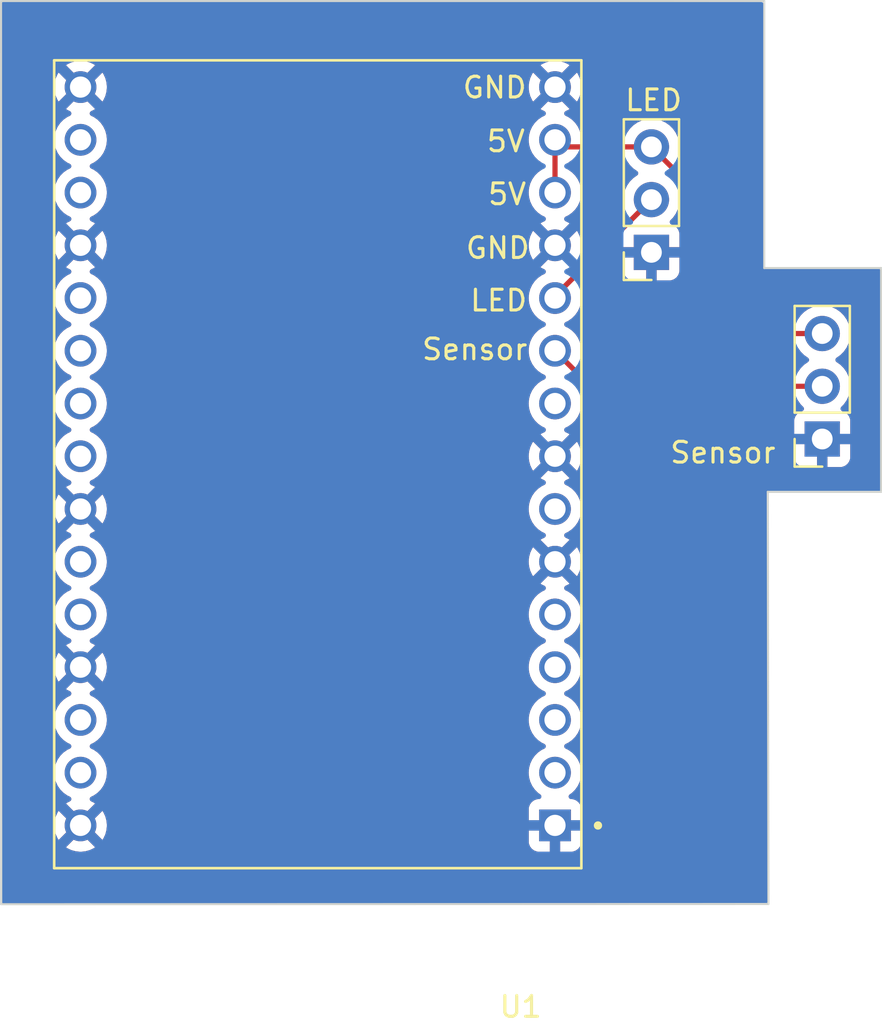
<source format=kicad_pcb>
(kicad_pcb (version 20221018) (generator pcbnew)
  (layers (0 "F.Cu" signal) (31 "B.Cu" signal) (34 "B.Paste" user) (35 "F.Paste" user) (36 "B.SilkS" user "B.Silkscreen") (37 "F.SilkS" user "F.Silkscreen") (38 "B.Mask" user) (39 "F.Mask" user) (44 "Edge.Cuts" user))
  (net 0 "")
  (net 1 "GND")
  (net 2 "5V")
  (net 3 "LED")
  (net 4 "Sensor")
  (net 5 "Net-(U1-3V3-Pad2)")
  (footprint "Connector_PinSocket_2.54mm:PinSocket_1x03_P2.54mm_Vertical" (layer "F.Cu") (at 106.645 104.995 180)
    (fp_text reference "Sensor" (at 4.785 -0.655) (layer "F.SilkS"))
    (fp_text value "Conn_01x03_Socket" hide)
    (fp_line (start -1.33 1.27) (end -1.33 6.41) (stroke (width 0.12)) (layer "F.SilkS"))
    (fp_line (start -1.33 1.27) (end 1.33 1.27) (stroke (width 0.12)) (layer "F.SilkS"))
    (fp_line (start -1.33 6.41) (end 1.33 6.41) (stroke (width 0.12)) (layer "F.SilkS"))
    (fp_line (start 0 -1.33) (end 1.33 -1.33) (stroke (width 0.12)) (layer "F.SilkS"))
    (fp_line (start 1.33 -1.33) (end 1.33 0) (stroke (width 0.12)) (layer "F.SilkS"))
    (fp_line (start 1.33 1.27) (end 1.33 6.41) (stroke (width 0.12)) (layer "F.SilkS"))
    (pad "1" thru_hole rect (at 0 0 180) (size 1.7 1.7) (drill 1) (layers "*.Cu" "*.Mask") (net 1 "GND"))
    (pad "2" thru_hole oval (at 0 2.54 180) (size 1.7 1.7) (drill 1) (layers "*.Cu" "*.Mask") (net 4 "Sensor"))
    (pad "3" thru_hole oval (at 0 5.08 180) (size 1.7 1.7) (drill 1) (layers "*.Cu" "*.Mask") (net 2 "5V"))
  )
  (footprint "Connector_PinSocket_2.54mm:PinSocket_1x03_P2.54mm_Vertical" (layer "F.Cu") (at 98.415 96.005 180)
    (fp_text reference "LED" (at -0.105 7.325) (layer "F.SilkS"))
    (fp_text value "Conn_01x03_Socket" hide)
    (fp_line (start -1.33 1.27) (end -1.33 6.41) (stroke (width 0.12)) (layer "F.SilkS"))
    (fp_line (start -1.33 1.27) (end 1.33 1.27) (stroke (width 0.12)) (layer "F.SilkS"))
    (fp_line (start -1.33 6.41) (end 1.33 6.41) (stroke (width 0.12)) (layer "F.SilkS"))
    (fp_line (start 0 -1.33) (end 1.33 -1.33) (stroke (width 0.12)) (layer "F.SilkS"))
    (fp_line (start 1.33 -1.33) (end 1.33 0) (stroke (width 0.12)) (layer "F.SilkS"))
    (fp_line (start 1.33 1.27) (end 1.33 6.41) (stroke (width 0.12)) (layer "F.SilkS"))
    (pad "1" thru_hole rect (at 0 0 180) (size 1.7 1.7) (drill 1) (layers "*.Cu" "*.Mask") (net 1 "GND"))
    (pad "2" thru_hole oval (at 0 2.54 180) (size 1.7 1.7) (drill 1) (layers "*.Cu" "*.Mask") (net 3 "LED"))
    (pad "3" thru_hole oval (at 0 5.08 180) (size 1.7 1.7) (drill 1) (layers "*.Cu" "*.Mask") (net 2 "5V"))
  )
  (footprint "ESP32-C3-DEVKITM-1:XCVR_ESP32-C3-DEVKITM-1" (layer "F.Cu") (at 82.34 106.21 180)
    (fp_text reference "U1" (at -9.775 -26.135) (layer "F.SilkS"))
    (fp_text value "ESP32-C3-DEVKITM-1")
    (fp_line (start -12.7 -19.455) (end 12.7 -19.455) (stroke (width 0.127)) (layer "F.SilkS"))
    (fp_line (start -12.7 19.455) (end -12.7 -19.455) (stroke (width 0.127)) (layer "F.SilkS"))
    (fp_line (start 12.7 -19.455) (end 12.7 19.455) (stroke (width 0.127)) (layer "F.SilkS"))
    (fp_line (start 12.7 19.455) (end -12.7 19.455) (stroke (width 0.127)) (layer "F.SilkS"))
    (fp_circle (center -13.5 -17.4) (end -13.4 -17.4) (stroke (width 0.2)) (fill none) (layer "F.SilkS"))
    (pad "1" thru_hole rect (at -11.43 -17.395 180) (size 1.53 1.53) (drill 1.02) (layers "*.Cu" "*.Mask") (net 1 "GND"))
    (pad "2" thru_hole circle (at -11.43 -14.855 180) (size 1.53 1.53) (drill 1.02) (layers "*.Cu" "*.Mask") (net 5 "Net-(U1-3V3-Pad2)"))
    (pad "3" thru_hole circle (at -11.43 -12.315 180) (size 1.53 1.53) (drill 1.02) (layers "*.Cu" "*.Mask") (net 5 "Net-(U1-3V3-Pad2)"))
    (pad "4" thru_hole circle (at -11.43 -9.775 180) (size 1.53 1.53) (drill 1.02) (layers "*.Cu" "*.Mask"))
    (pad "5" thru_hole circle (at -11.43 -7.235 180) (size 1.53 1.53) (drill 1.02) (layers "*.Cu" "*.Mask"))
    (pad "6" thru_hole circle (at -11.43 -4.695 180) (size 1.53 1.53) (drill 1.02) (layers "*.Cu" "*.Mask") (net 1 "GND"))
    (pad "7" thru_hole circle (at -11.43 -2.155 180) (size 1.53 1.53) (drill 1.02) (layers "*.Cu" "*.Mask"))
    (pad "8" thru_hole circle (at -11.43 0.385 180) (size 1.53 1.53) (drill 1.02) (layers "*.Cu" "*.Mask") (net 1 "GND"))
    (pad "9" thru_hole circle (at -11.43 2.925 180) (size 1.53 1.53) (drill 1.02) (layers "*.Cu" "*.Mask"))
    (pad "10" thru_hole circle (at -11.43 5.465 180) (size 1.53 1.53) (drill 1.02) (layers "*.Cu" "*.Mask") (net 4 "Sensor"))
    (pad "11" thru_hole circle (at -11.43 8.005 180) (size 1.53 1.53) (drill 1.02) (layers "*.Cu" "*.Mask") (net 3 "LED"))
    (pad "12" thru_hole circle (at -11.43 10.545 180) (size 1.53 1.53) (drill 1.02) (layers "*.Cu" "*.Mask") (net 1 "GND"))
    (pad "13" thru_hole circle (at -11.43 13.085 180) (size 1.53 1.53) (drill 1.02) (layers "*.Cu" "*.Mask") (net 2 "5V"))
    (pad "14" thru_hole circle (at -11.43 15.625 180) (size 1.53 1.53) (drill 1.02) (layers "*.Cu" "*.Mask") (net 2 "5V"))
    (pad "15" thru_hole circle (at -11.43 18.165 180) (size 1.53 1.53) (drill 1.02) (layers "*.Cu" "*.Mask") (net 1 "GND"))
    (pad "16" thru_hole circle (at 11.43 18.165 180) (size 1.53 1.53) (drill 1.02) (layers "*.Cu" "*.Mask") (net 1 "GND"))
    (pad "17" thru_hole circle (at 11.43 15.625 180) (size 1.53 1.53) (drill 1.02) (layers "*.Cu" "*.Mask"))
    (pad "18" thru_hole circle (at 11.43 13.085 180) (size 1.53 1.53) (drill 1.02) (layers "*.Cu" "*.Mask"))
    (pad "19" thru_hole circle (at 11.43 10.545 180) (size 1.53 1.53) (drill 1.02) (layers "*.Cu" "*.Mask") (net 1 "GND"))
    (pad "20" thru_hole circle (at 11.43 8.005 180) (size 1.53 1.53) (drill 1.02) (layers "*.Cu" "*.Mask"))
    (pad "21" thru_hole circle (at 11.43 5.465 180) (size 1.53 1.53) (drill 1.02) (layers "*.Cu" "*.Mask"))
    (pad "22" thru_hole circle (at 11.43 2.925 180) (size 1.53 1.53) (drill 1.02) (layers "*.Cu" "*.Mask"))
    (pad "23" thru_hole circle (at 11.43 0.385 180) (size 1.53 1.53) (drill 1.02) (layers "*.Cu" "*.Mask"))
    (pad "24" thru_hole circle (at 11.43 -2.155 180) (size 1.53 1.53) (drill 1.02) (layers "*.Cu" "*.Mask") (net 1 "GND"))
    (pad "25" thru_hole circle (at 11.43 -4.695 180) (size 1.53 1.53) (drill 1.02) (layers "*.Cu" "*.Mask"))
    (pad "26" thru_hole circle (at 11.43 -7.235 180) (size 1.53 1.53) (drill 1.02) (layers "*.Cu" "*.Mask"))
    (pad "27" thru_hole circle (at 11.43 -9.775 180) (size 1.53 1.53) (drill 1.02) (layers "*.Cu" "*.Mask") (net 1 "GND"))
    (pad "28" thru_hole circle (at 11.43 -12.315 180) (size 1.53 1.53) (drill 1.02) (layers "*.Cu" "*.Mask"))
    (pad "29" thru_hole circle (at 11.43 -14.855 180) (size 1.53 1.53) (drill 1.02) (layers "*.Cu" "*.Mask"))
    (pad "30" thru_hole circle (at 11.43 -17.395 180) (size 1.53 1.53) (drill 1.02) (layers "*.Cu" "*.Mask") (net 1 "GND"))
  )
  (gr_line (start 104.05 127.39) (end 104.02 107.54) (stroke (width 0.1)) (layer "Edge.Cuts"))
  (gr_line (start 67.09 127.4) (end 104.05 127.39) (stroke (width 0.1)) (layer "Edge.Cuts"))
  (gr_line (start 109.48 96.76) (end 109.48 107.54) (stroke (width 0.1)) (layer "Edge.Cuts"))
  (gr_line (start 103.85 96.76) (end 109.48 96.76) (stroke (width 0.1)) (layer "Edge.Cuts"))
  (gr_line (start 109.48 107.54) (end 104.02 107.54) (stroke (width 0.1)) (layer "Edge.Cuts"))
  (gr_line (start 67.08 83.9) (end 103.85 83.9) (stroke (width 0.1)) (layer "Edge.Cuts"))
  (gr_line (start 103.85 83.9) (end 103.85 96.76) (stroke (width 0.1)) (layer "Edge.Cuts"))
  (gr_line (start 67.09 127.4) (end 67.08 83.9) (stroke (width 0.1)) (layer "Edge.Cuts"))
  (gr_text "Sensor" (at 87.28 101.26) (layer "F.SilkS") (effects (font (size 1 1)) (justify left bottom)))
  (gr_text "5V" (at 90.4 91.24) (layer "F.SilkS") (effects (font (size 1 1)) (justify left bottom)))
  (gr_text "5V" (at 90.46 93.79) (layer "F.SilkS") (effects (font (size 1 1)) (justify left bottom)))
  (gr_text "GND" (at 89.39 96.38) (layer "F.SilkS") (effects (font (size 1 1)) (justify left bottom)))
  (gr_text "GND" (at 89.24 88.65) (layer "F.SilkS") (effects (font (size 1 1)) (justify left bottom)))
  (gr_text "LED\n" (at 89.6 98.91) (layer "F.SilkS") (effects (font (size 1 1)) (justify left bottom)))
  (segment (start 93.77 90.585) (end 93.77 93.125) (width 0.25) (layer "F.Cu") (net 2))
  (segment (start 98.415 90.925) (end 94.11 90.925) (width 0.25) (layer "F.Cu") (net 2))
  (segment (start 102.37 94.88) (end 98.415 90.925) (width 0.25) (layer "F.Cu") (net 2))
  (segment (start 106.645 99.915) (end 103.505 99.915) (width 0.25) (layer "F.Cu") (net 2))
  (segment (start 103.505 99.915) (end 102.37 98.78) (width 0.25) (layer "F.Cu") (net 2))
  (segment (start 102.37 98.78) (end 102.37 94.88) (width 0.25) (layer "F.Cu") (net 2))
  (segment (start 94.11 90.925) (end 93.77 90.585) (width 0.25) (layer "F.Cu") (net 2))
  (segment (start 98.415 93.465) (end 93.77 98.11) (width 0.25) (layer "F.Cu") (net 3))
  (segment (start 93.77 98.11) (end 93.77 98.205) (width 0.25) (layer "F.Cu") (net 3))
  (segment (start 95.48 102.455) (end 93.77 100.745) (width 0.25) (layer "F.Cu") (net 4))
  (segment (start 106.645 102.455) (end 95.48 102.455) (width 0.25) (layer "F.Cu") (net 4))
  (zone (net 1) (net_name "GND") (layer "F.Cu") (connect_pads (clearance 0.5)) (min_thickness 0.25) (fill yes (thermal_gap 0.5) (thermal_bridge_width 0.5))
    (polygon (pts (xy 67.14 84.03) (xy 103.92 83.98) (xy 104.03 96.74) (xy 109.44 96.68) (xy 109.44 107.35) (xy 104.19 107.57) (xy 104.03 127.3) (xy 67.14 127.41)))
  )
  (zone (net 1) (net_name "GND") (layer "B.Cu") (priority 1) (connect_pads (clearance 0.5)) (min_thickness 0.25) (fill yes (thermal_gap 0.5) (thermal_bridge_width 0.5))
    (polygon (pts (xy 67.11 83.91) (xy 103.82 83.94) (xy 103.85 96.75) (xy 109.44 96.76) (xy 109.48 107.53) (xy 104.04 107.55) (xy 104.03 127.37) (xy 67.11 127.39)))
  )
)
</source>
